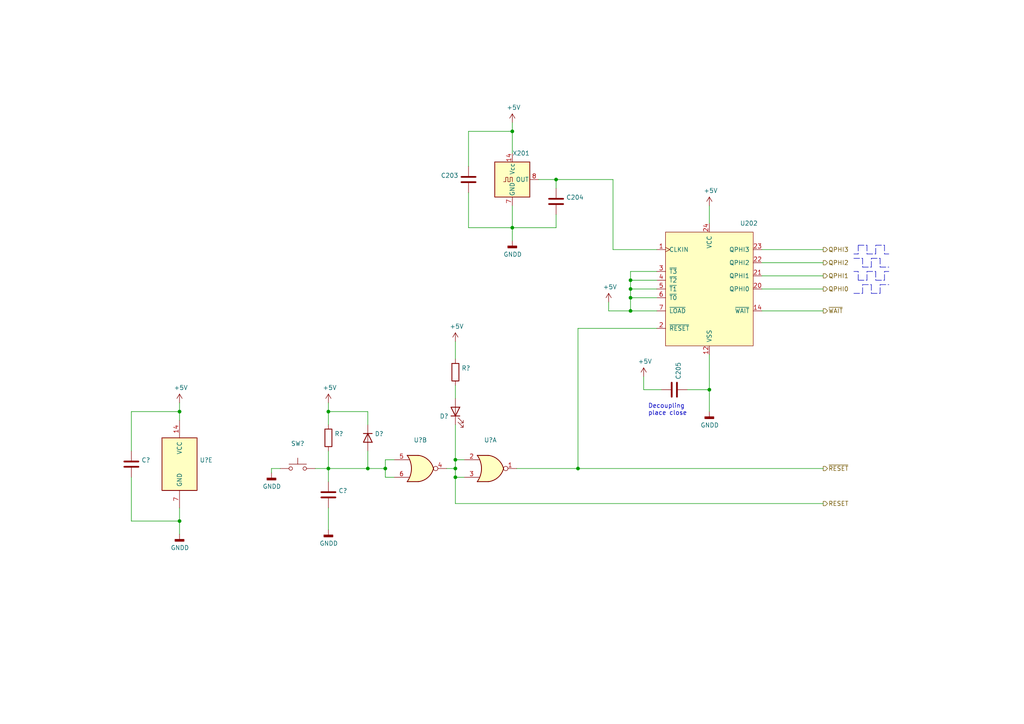
<source format=kicad_sch>
(kicad_sch (version 20211123) (generator eeschema)
  (paper "A4")
  (title_block (title "W65C816S Computer") (date "2020-03-01") (rev "A01") (company "Calle Englund"))
  (lib_symbols
    (symbol "74xx:74LS02" (pin_names (offset 1.016))
      (property "Reference" "U" (at 0 1.27 0))
      (property "Value" "74LS02" (at 0 -1.27 0))
      (symbol "74LS02_1_1"
        (arc (start -3.81 -3.81) (mid -2.589 0) (end -3.81 3.81) (stroke (width 0.254)))
        (arc (start -0.6096 -3.81) (mid 2.1842 -2.5851) (end 3.81 0) (stroke (width 0.254)) (fill (type background)))
        (polyline (pts (xy -3.81 -3.81) (xy -0.635 -3.81)) (stroke (width 0.254)) (fill (type background)))
        (polyline (pts (xy -3.81 3.81) (xy -0.635 3.81)) (stroke (width 0.254)) (fill (type background)))
        (polyline (pts (xy -0.635 3.81) (xy -3.81 3.81) (xy -3.81 3.81) (xy -3.556 3.4036) (xy -3.0226 2.2606) (xy -2.6924 1.0414) (xy -2.6162 -0.254) (xy -2.7686 -1.4986) (xy -3.175 -2.7178) (xy -3.81 -3.81) (xy -3.81 -3.81) (xy -0.635 -3.81)) (stroke (width -25.4)) (fill (type background)))
        (arc (start 3.81 0) (mid 2.1915 2.5936) (end -0.6096 3.81) (stroke (width 0.254)) (fill (type background)))
        (pin output inverted (at 7.62 0 180) (length 3.81) (name "~") (number "1"))
        (pin input line (at -7.62 2.54 0) (length 4.318) (name "~") (number "2"))
        (pin input line (at -7.62 -2.54 0) (length 4.318) (name "~") (number "3"))
      )
      (symbol "74LS02_1_2"
        (arc (start 0 -3.81) (mid 3.81 0) (end 0 3.81) (stroke (width 0.254)) (fill (type background)))
        (polyline (pts (xy 0 3.81) (xy -3.81 3.81) (xy -3.81 -3.81) (xy 0 -3.81)) (stroke (width 0.254)) (fill (type background)))
        (pin output line (at 7.62 0 180) (length 3.81) (name "~") (number "1"))
        (pin input inverted (at -7.62 2.54 0) (length 3.81) (name "~") (number "2"))
        (pin input inverted (at -7.62 -2.54 0) (length 3.81) (name "~") (number "3"))
      )
      (symbol "74LS02_2_1"
        (arc (start -3.81 -3.81) (mid -2.589 0) (end -3.81 3.81) (stroke (width 0.254)))
        (arc (start -0.6096 -3.81) (mid 2.1842 -2.5851) (end 3.81 0) (stroke (width 0.254)) (fill (type background)))
        (polyline (pts (xy -3.81 -3.81) (xy -0.635 -3.81)) (stroke (width 0.254)) (fill (type background)))
        (polyline (pts (xy -3.81 3.81) (xy -0.635 3.81)) (stroke (width 0.254)) (fill (type background)))
        (polyline (pts (xy -0.635 3.81) (xy -3.81 3.81) (xy -3.81 3.81) (xy -3.556 3.4036) (xy -3.0226 2.2606) (xy -2.6924 1.0414) (xy -2.6162 -0.254) (xy -2.7686 -1.4986) (xy -3.175 -2.7178) (xy -3.81 -3.81) (xy -3.81 -3.81) (xy -0.635 -3.81)) (stroke (width -25.4)) (fill (type background)))
        (arc (start 3.81 0) (mid 2.1915 2.5936) (end -0.6096 3.81) (stroke (width 0.254)) (fill (type background)))
        (pin output inverted (at 7.62 0 180) (length 3.81) (name "~") (number "4"))
        (pin input line (at -7.62 2.54 0) (length 4.318) (name "~") (number "5"))
        (pin input line (at -7.62 -2.54 0) (length 4.318) (name "~") (number "6"))
      )
      (symbol "74LS02_2_2"
        (arc (start 0 -3.81) (mid 3.81 0) (end 0 3.81) (stroke (width 0.254)) (fill (type background)))
        (polyline (pts (xy 0 3.81) (xy -3.81 3.81) (xy -3.81 -3.81) (xy 0 -3.81)) (stroke (width 0.254)) (fill (type background)))
        (pin output line (at 7.62 0 180) (length 3.81) (name "~") (number "4"))
        (pin input inverted (at -7.62 2.54 0) (length 3.81) (name "~") (number "5"))
        (pin input inverted (at -7.62 -2.54 0) (length 3.81) (name "~") (number "6"))
      )
      (symbol "74LS02_3_1"
        (arc (start -3.81 -3.81) (mid -2.589 0) (end -3.81 3.81) (stroke (width 0.254)))
        (arc (start -0.6096 -3.81) (mid 2.1842 -2.5851) (end 3.81 0) (stroke (width 0.254)) (fill (type background)))
        (polyline (pts (xy -3.81 -3.81) (xy -0.635 -3.81)) (stroke (width 0.254)) (fill (type background)))
        (polyline (pts (xy -3.81 3.81) (xy -0.635 3.81)) (stroke (width 0.254)) (fill (type background)))
        (polyline (pts (xy -0.635 3.81) (xy -3.81 3.81) (xy -3.81 3.81) (xy -3.556 3.4036) (xy -3.0226 2.2606) (xy -2.6924 1.0414) (xy -2.6162 -0.254) (xy -2.7686 -1.4986) (xy -3.175 -2.7178) (xy -3.81 -3.81) (xy -3.81 -3.81) (xy -0.635 -3.81)) (stroke (width -25.4)) (fill (type background)))
        (arc (start 3.81 0) (mid 2.1915 2.5936) (end -0.6096 3.81) (stroke (width 0.254)) (fill (type background)))
        (pin output inverted (at 7.62 0 180) (length 3.81) (name "~") (number "10"))
        (pin input line (at -7.62 2.54 0) (length 4.318) (name "~") (number "8"))
        (pin input line (at -7.62 -2.54 0) (length 4.318) (name "~") (number "9"))
      )
      (symbol "74LS02_3_2"
        (arc (start 0 -3.81) (mid 3.81 0) (end 0 3.81) (stroke (width 0.254)) (fill (type background)))
        (polyline (pts (xy 0 3.81) (xy -3.81 3.81) (xy -3.81 -3.81) (xy 0 -3.81)) (stroke (width 0.254)) (fill (type background)))
        (pin output line (at 7.62 0 180) (length 3.81) (name "~") (number "10"))
        (pin input inverted (at -7.62 2.54 0) (length 3.81) (name "~") (number "8"))
        (pin input inverted (at -7.62 -2.54 0) (length 3.81) (name "~") (number "9"))
      )
      (symbol "74LS02_4_1"
        (arc (start -3.81 -3.81) (mid -2.589 0) (end -3.81 3.81) (stroke (width 0.254)))
        (arc (start -0.6096 -3.81) (mid 2.1842 -2.5851) (end 3.81 0) (stroke (width 0.254)) (fill (type background)))
        (polyline (pts (xy -3.81 -3.81) (xy -0.635 -3.81)) (stroke (width 0.254)) (fill (type background)))
        (polyline (pts (xy -3.81 3.81) (xy -0.635 3.81)) (stroke (width 0.254)) (fill (type background)))
        (polyline (pts (xy -0.635 3.81) (xy -3.81 3.81) (xy -3.81 3.81) (xy -3.556 3.4036) (xy -3.0226 2.2606) (xy -2.6924 1.0414) (xy -2.6162 -0.254) (xy -2.7686 -1.4986) (xy -3.175 -2.7178) (xy -3.81 -3.81) (xy -3.81 -3.81) (xy -0.635 -3.81)) (stroke (width -25.4)) (fill (type background)))
        (arc (start 3.81 0) (mid 2.1915 2.5936) (end -0.6096 3.81) (stroke (width 0.254)) (fill (type background)))
        (pin input line (at -7.62 2.54 0) (length 4.318) (name "~") (number "11"))
        (pin input line (at -7.62 -2.54 0) (length 4.318) (name "~") (number "12"))
        (pin output inverted (at 7.62 0 180) (length 3.81) (name "~") (number "13"))
      )
      (symbol "74LS02_4_2"
        (arc (start 0 -3.81) (mid 3.81 0) (end 0 3.81) (stroke (width 0.254)) (fill (type background)))
        (polyline (pts (xy 0 3.81) (xy -3.81 3.81) (xy -3.81 -3.81) (xy 0 -3.81)) (stroke (width 0.254)) (fill (type background)))
        (pin input inverted (at -7.62 2.54 0) (length 3.81) (name "~") (number "11"))
        (pin input inverted (at -7.62 -2.54 0) (length 3.81) (name "~") (number "12"))
        (pin output line (at 7.62 0 180) (length 3.81) (name "~") (number "13"))
      )
      (symbol "74LS02_5_0"
        (pin power_in line (at 0 12.7 270) (length 5.08) (name "VCC") (number "14"))
        (pin power_in line (at 0 -12.7 90) (length 5.08) (name "GND") (number "7"))
      )
      (symbol "74LS02_5_1"
        (rectangle (start -5.08 7.62) (end 5.08 -7.62) (stroke (width 0.254)) (fill (type background)))
      )
    )
    (symbol "Device:C" (pin_numbers hide) (pin_names (offset 0.254))
      (property "Reference" "C" (at 0.635 2.54 0))
      (property "Value" "C" (at 0.635 -2.54 0))
      (symbol "C_0_1"
        (polyline (pts (xy -2.032 -0.762) (xy 2.032 -0.762)) (stroke (width 0.508)))
        (polyline (pts (xy -2.032 0.762) (xy 2.032 0.762)) (stroke (width 0.508)))
      )
      (symbol "C_1_1"
        (pin passive line (at 0 3.81 270) (length 2.794) (name "~") (number "1"))
        (pin passive line (at 0 -3.81 90) (length 2.794) (name "~") (number "2"))
      )
    )
    (symbol "Device:D" (pin_numbers hide) (pin_names (offset 1.016) hide)
      (property "Reference" "D" (at 0 2.54 0))
      (property "Value" "D" (at 0 -2.54 0))
      (symbol "D_0_1"
        (polyline (pts (xy -1.27 1.27) (xy -1.27 -1.27)) (stroke (width 0.254)))
        (polyline (pts (xy 1.27 0) (xy -1.27 0)))
        (polyline (pts (xy 1.27 1.27) (xy 1.27 -1.27) (xy -1.27 0) (xy 1.27 1.27)) (stroke (width 0.254)))
      )
      (symbol "D_1_1"
        (pin passive line (at -3.81 0 0) (length 2.54) (name "K") (number "1"))
        (pin passive line (at 3.81 0 180) (length 2.54) (name "A") (number "2"))
      )
    )
    (symbol "Device:LED" (pin_numbers hide) (pin_names (offset 1.016) hide)
      (property "Reference" "D" (at 0 2.54 0))
      (property "Value" "LED" (at 0 -2.54 0))
      (symbol "LED_0_1"
        (polyline (pts (xy -1.27 -1.27) (xy -1.27 1.27)) (stroke (width 0.254)))
        (polyline (pts (xy -1.27 0) (xy 1.27 0)))
        (polyline (pts (xy 1.27 -1.27) (xy 1.27 1.27) (xy -1.27 0) (xy 1.27 -1.27)) (stroke (width 0.254)))
        (polyline (pts (xy -3.048 -0.762) (xy -4.572 -2.286) (xy -3.81 -2.286) (xy -4.572 -2.286) (xy -4.572 -1.524)))
        (polyline (pts (xy -1.778 -0.762) (xy -3.302 -2.286) (xy -2.54 -2.286) (xy -3.302 -2.286) (xy -3.302 -1.524)))
      )
      (symbol "LED_1_1"
        (pin passive line (at -3.81 0 0) (length 2.54) (name "K") (number "1"))
        (pin passive line (at 3.81 0 180) (length 2.54) (name "A") (number "2"))
      )
    )
    (symbol "Device:R" (pin_numbers hide) (pin_names (offset 0))
      (property "Reference" "R" (at 2.032 0 90))
      (property "Value" "R" (at 0 0 90))
      (symbol "R_0_1"
        (rectangle (start -1.016 -2.54) (end 1.016 2.54) (stroke (width 0.254)))
      )
      (symbol "R_1_1"
        (pin passive line (at 0 3.81 270) (length 1.27) (name "~") (number "1"))
        (pin passive line (at 0 -3.81 90) (length 1.27) (name "~") (number "2"))
      )
    )
    (symbol "Oscillator:ACO-xxxMHz" (pin_names (offset 0.254))
      (property "Reference" "X" (at -5.08 6.35 0))
      (property "Value" "ACO-xxxMHz" (at 1.27 -6.35 0))
      (symbol "ACO-xxxMHz_0_1"
        (rectangle (start -5.08 5.08) (end 5.08 -5.08) (stroke (width 0.254)) (fill (type background)))
        (polyline (pts (xy -2.54 -0.635) (xy -1.905 -0.635) (xy -1.905 0.635) (xy -1.27 0.635) (xy -1.27 -0.635) (xy -0.635 -0.635) (xy -0.635 0.635) (xy 0 0.635) (xy 0 -0.635)))
      )
      (symbol "ACO-xxxMHz_1_1"
        (pin no_connect line (at -7.62 0 0) (length 2.54) hide (name "NC") (number "1"))
        (pin power_in line (at 0 7.62 270) (length 2.54) (name "Vcc") (number "14"))
        (pin power_in line (at 0 -7.62 90) (length 2.54) (name "GND") (number "7"))
        (pin output line (at 7.62 0 180) (length 2.54) (name "OUT") (number "8"))
      )
    )
    (symbol "PAL22V10:CLKGEN_PDIP" (pin_names (offset 1.016))
      (property "Reference" "U" (at 10.16 19.05 0))
      (property "Value" "CLKGEN_PDIP" (at 0 0 90))
      (symbol "CLKGEN_PDIP_0_1"
        (rectangle (start -12.7 16.51) (end 12.7 -16.51) (fill (type background)))
      )
      (symbol "CLKGEN_PDIP_1_1"
        (pin input clock (at -15.24 11.43 0) (length 2.54) (name "CLKIN") (number "1"))
        (pin power_in line (at 0 -19.05 90) (length 2.54) (name "VSS") (number "12"))
        (pin input line (at 15.24 -6.35 180) (length 2.54) (name "~{WAIT}") (number "14"))
        (pin input line (at -15.24 -11.43 0) (length 2.54) (name "~{RESET}") (number "2"))
        (pin output line (at 15.24 0 180) (length 2.54) (name "QPHI0") (number "20"))
        (pin output line (at 15.24 3.81 180) (length 2.54) (name "QPHI1") (number "21"))
        (pin output line (at 15.24 7.62 180) (length 2.54) (name "QPHI2") (number "22"))
        (pin output line (at 15.24 11.43 180) (length 2.54) (name "QPHI3") (number "23"))
        (pin power_in line (at 0 19.05 270) (length 2.54) (name "VCC") (number "24"))
        (pin input line (at -15.24 5.08 0) (length 2.54) (name "~{T3}") (number "3"))
        (pin input line (at -15.24 2.54 0) (length 2.54) (name "~{T2}") (number "4"))
        (pin input line (at -15.24 0 0) (length 2.54) (name "~{T1}") (number "5"))
        (pin input line (at -15.24 -2.54 0) (length 2.54) (name "~{T0}") (number "6"))
        (pin input line (at -15.24 -6.35 0) (length 2.54) (name "~{LOAD}") (number "7"))
      )
    )
    (symbol "Switch:SW_Push" (pin_numbers hide) (pin_names (offset 1.016) hide)
      (property "Reference" "SW" (at 1.27 2.54 0))
      (property "Value" "SW_Push" (at 0 -1.524 0))
      (symbol "SW_Push_0_1"
        (circle (center -2.032 0) (radius 0.508))
        (polyline (pts (xy 0 1.27) (xy 0 3.048)))
        (polyline (pts (xy 2.54 1.27) (xy -2.54 1.27)))
        (circle (center 2.032 0) (radius 0.508))
        (pin passive line (at -5.08 0 0) (length 2.54) (name "1") (number "1"))
        (pin passive line (at 5.08 0 180) (length 2.54) (name "2") (number "2"))
      )
    )
    (symbol "power:+5V" (power) (pin_names (offset 0))
      (property "Value" "+5V" (at 0 3.556 0))
      (symbol "+5V_0_1"
        (polyline (pts (xy -0.762 1.27) (xy 0 2.54)))
        (polyline (pts (xy 0 0) (xy 0 2.54)))
        (polyline (pts (xy 0 2.54) (xy 0.762 1.27)))
      )
      (symbol "+5V_1_1"
        (pin power_in line (at 0 0 90) (length 0) hide (name "+5V") (number "1"))
      )
    )
    (symbol "power:GNDD" (power) (pin_names (offset 0))
      (property "Value" "GNDD" (at 0 -3.175 0))
      (symbol "GNDD_0_1"
        (rectangle (start -1.27 -1.524) (end 1.27 -2.032) (stroke (width 0.254)) (fill (type outline)))
        (polyline (pts (xy 0 0) (xy 0 -1.524)))
      )
      (symbol "GNDD_1_1"
        (pin power_in line (at 0 0 270) (length 0) hide (name "GNDD") (number "1"))
      )
    )
  )
  (junction (at 148.59 66.04))
  (junction (at 205.74 113.03))
  (junction (at 182.88 86.36))
  (junction (at 161.29 52.07))
  (junction (at 148.59 38.1))
  (junction (at 95.25 119.38))
  (junction (at 182.88 83.82))
  (junction (at 132.08 135.89))
  (junction (at 52.07 151.13))
  (junction (at 95.25 135.89))
  (junction (at 182.88 81.28))
  (junction (at 167.64 135.89))
  (junction (at 132.08 133.35))
  (junction (at 132.08 138.43))
  (junction (at 182.88 90.17))
  (junction (at 52.07 119.38))
  (junction (at 106.68 135.89))
  (junction (at 111.76 135.89))
  (polyline (pts (xy 254 73.66) (xy 254 71.12)))
  (polyline (pts (xy 251.46 73.66) (xy 254 73.66)))
  (wire (pts (xy 190.5 81.28) (xy 182.88 81.28)))
  (wire (pts (xy 205.74 113.03) (xy 205.74 119.38)))
  (wire (pts (xy 220.98 90.17) (xy 238.76 90.17)))
  (wire (pts (xy 182.88 78.74) (xy 182.88 81.28)))
  (wire (pts (xy 148.59 35.56) (xy 148.59 38.1)))
  (wire (pts (xy 95.25 123.19) (xy 95.25 119.38)))
  (wire (pts (xy 132.08 104.14) (xy 132.08 99.06)))
  (wire (pts (xy 161.29 54.61) (xy 161.29 52.07)))
  (wire (pts (xy 132.08 135.89) (xy 132.08 138.43)))
  (wire (pts (xy 148.59 69.85) (xy 148.59 66.04)))
  (polyline (pts (xy 256.54 71.12) (xy 256.54 73.66)))
  (polyline (pts (xy 250.19 85.09) (xy 250.19 82.55)))
  (wire (pts (xy 132.08 115.57) (xy 132.08 111.76)))
  (wire (pts (xy 190.5 83.82) (xy 182.88 83.82)))
  (wire (pts (xy 161.29 52.07) (xy 177.8 52.07)))
  (wire (pts (xy 95.25 135.89) (xy 95.25 139.7)))
  (wire (pts (xy 81.28 135.89) (xy 78.74 135.89)))
  (wire (pts (xy 182.88 90.17) (xy 190.5 90.17)))
  (wire (pts (xy 176.53 87.63) (xy 176.53 90.17)))
  (wire (pts (xy 220.98 72.39) (xy 238.76 72.39)))
  (wire (pts (xy 95.25 135.89) (xy 95.25 130.81)))
  (polyline (pts (xy 251.46 81.28) (xy 251.46 78.74)))
  (wire (pts (xy 135.89 55.88) (xy 135.89 66.04)))
  (wire (pts (xy 135.89 66.04) (xy 148.59 66.04)))
  (wire (pts (xy 38.1 138.43) (xy 38.1 151.13)))
  (wire (pts (xy 106.68 119.38) (xy 106.68 123.19)))
  (wire (pts (xy 182.88 83.82) (xy 182.88 86.36)))
  (wire (pts (xy 111.76 133.35) (xy 111.76 135.89)))
  (wire (pts (xy 148.59 66.04) (xy 161.29 66.04)))
  (wire (pts (xy 182.88 86.36) (xy 182.88 90.17)))
  (polyline (pts (xy 247.65 85.09) (xy 250.19 85.09)))
  (wire (pts (xy 52.07 154.94) (xy 52.07 151.13)))
  (wire (pts (xy 135.89 48.26) (xy 135.89 38.1)))
  (polyline (pts (xy 255.27 85.09) (xy 255.27 82.55)))
  (wire (pts (xy 199.39 113.03) (xy 205.74 113.03)))
  (polyline (pts (xy 256.54 73.66) (xy 257.81 73.66)))
  (wire (pts (xy 186.69 109.22) (xy 186.69 113.03)))
  (polyline (pts (xy 254 81.28) (xy 256.54 81.28)))
  (wire (pts (xy 132.08 133.35) (xy 134.62 133.35)))
  (wire (pts (xy 95.25 119.38) (xy 106.68 119.38)))
  (wire (pts (xy 38.1 151.13) (xy 52.07 151.13)))
  (polyline (pts (xy 251.46 78.74) (xy 254 78.74)))
  (polyline (pts (xy 252.73 77.47) (xy 252.73 74.93)))
  (wire (pts (xy 132.08 146.05) (xy 238.76 146.05)))
  (polyline (pts (xy 252.73 82.55) (xy 252.73 85.09)))
  (polyline (pts (xy 256.54 78.74) (xy 257.81 78.74)))
  (polyline (pts (xy 248.92 71.12) (xy 248.92 73.66)))
  (wire (pts (xy 190.5 78.74) (xy 182.88 78.74)))
  (polyline (pts (xy 250.19 82.55) (xy 252.73 82.55)))
  (wire (pts (xy 190.5 72.39) (xy 177.8 72.39)))
  (polyline (pts (xy 256.54 81.28) (xy 256.54 78.74)))
  (wire (pts (xy 186.69 113.03) (xy 191.77 113.03)))
  (polyline (pts (xy 248.92 81.28) (xy 248.92 78.74)))
  (wire (pts (xy 52.07 119.38) (xy 52.07 121.92)))
  (wire (pts (xy 205.74 102.87) (xy 205.74 113.03)))
  (wire (pts (xy 52.07 151.13) (xy 52.07 147.32)))
  (wire (pts (xy 91.44 135.89) (xy 95.25 135.89)))
  (wire (pts (xy 132.08 146.05) (xy 132.08 138.43)))
  (polyline (pts (xy 248.92 71.12) (xy 251.46 71.12)))
  (wire (pts (xy 176.53 90.17) (xy 182.88 90.17)))
  (wire (pts (xy 132.08 135.89) (xy 132.08 133.35)))
  (polyline (pts (xy 252.73 74.93) (xy 255.27 74.93)))
  (wire (pts (xy 111.76 135.89) (xy 111.76 138.43)))
  (wire (pts (xy 95.25 116.84) (xy 95.25 119.38)))
  (wire (pts (xy 190.5 86.36) (xy 182.88 86.36)))
  (wire (pts (xy 238.76 80.01) (xy 220.98 80.01)))
  (polyline (pts (xy 247.65 74.93) (xy 250.19 74.93)))
  (wire (pts (xy 111.76 133.35) (xy 114.3 133.35)))
  (polyline (pts (xy 255.27 77.47) (xy 257.81 77.47)))
  (wire (pts (xy 132.08 133.35) (xy 132.08 123.19)))
  (wire (pts (xy 149.86 135.89) (xy 167.64 135.89)))
  (wire (pts (xy 129.54 135.89) (xy 132.08 135.89)))
  (wire (pts (xy 132.08 138.43) (xy 134.62 138.43)))
  (wire (pts (xy 161.29 66.04) (xy 161.29 62.23)))
  (wire (pts (xy 161.29 52.07) (xy 156.21 52.07)))
  (polyline (pts (xy 250.19 77.47) (xy 252.73 77.47)))
  (polyline (pts (xy 248.92 73.66) (xy 247.65 73.66)))
  (wire (pts (xy 167.64 95.25) (xy 167.64 135.89)))
  (polyline (pts (xy 254 71.12) (xy 256.54 71.12)))
  (wire (pts (xy 220.98 76.2) (xy 238.76 76.2)))
  (polyline (pts (xy 254 78.74) (xy 254 81.28)))
  (wire (pts (xy 95.25 135.89) (xy 106.68 135.89)))
  (wire (pts (xy 111.76 138.43) (xy 114.3 138.43)))
  (wire (pts (xy 78.74 137.16) (xy 78.74 135.89)))
  (wire (pts (xy 177.8 72.39) (xy 177.8 52.07)))
  (wire (pts (xy 38.1 119.38) (xy 52.07 119.38)))
  (polyline (pts (xy 251.46 71.12) (xy 251.46 73.66)))
  (wire (pts (xy 52.07 116.84) (xy 52.07 119.38)))
  (wire (pts (xy 38.1 130.81) (xy 38.1 119.38)))
  (polyline (pts (xy 255.27 74.93) (xy 255.27 77.47)))
  (wire (pts (xy 148.59 66.04) (xy 148.59 59.69)))
  (polyline (pts (xy 252.73 85.09) (xy 255.27 85.09)))
  (polyline (pts (xy 255.27 82.55) (xy 257.81 82.55)))
  (polyline (pts (xy 248.92 81.28) (xy 251.46 81.28)))
  (wire (pts (xy 148.59 38.1) (xy 148.59 44.45)))
  (wire (pts (xy 106.68 130.81) (xy 106.68 135.89)))
  (wire (pts (xy 95.25 147.32) (xy 95.25 153.67)))
  (wire (pts (xy 167.64 135.89) (xy 238.76 135.89)))
  (wire (pts (xy 205.74 64.77) (xy 205.74 59.69)))
  (wire (pts (xy 220.98 83.82) (xy 238.76 83.82)))
  (wire (pts (xy 135.89 38.1) (xy 148.59 38.1)))
  (wire (pts (xy 111.76 135.89) (xy 106.68 135.89)))
  (polyline (pts (xy 248.92 78.74) (xy 247.65 78.74)))
  (wire (pts (xy 167.64 95.25) (xy 190.5 95.25)))
  (wire (pts (xy 182.88 81.28) (xy 182.88 83.82)))
  (polyline (pts (xy 250.19 74.93) (xy 250.19 77.47)))
  (text "Decoupling\nplace close" (at 187.96 120.65 0) (effects (font (size 1.27 1.27)) (justify left bottom)))
  (hierarchical_label "QPHI1" (shape output) (at 238.76 80.01 0))
  (hierarchical_label "QPHI2" (shape output) (at 238.76 76.2 0))
  (hierarchical_label "~{RESET}" (shape output) (at 238.76 135.89 0))
  (hierarchical_label "~{WAIT}" (shape output) (at 238.76 90.17 0))
  (hierarchical_label "RESET" (shape output) (at 238.76 146.05 0))
  (hierarchical_label "QPHI0" (shape output) (at 238.76 83.82 0))
  (hierarchical_label "QPHI3" (shape output) (at 238.76 72.39 0))
  (symbol (lib_id "Oscillator:ACO-xxxMHz") (at 148.59 52.07 0) (unit 1)
    (property "Reference" "X201" (at 153.67 44.45 0) (effects (justify right)))
    (property "Datasheet" "http://www.conwin.com/datasheets/cx/cx030.pdf" (effects hide))
  )
  (symbol (lib_id "Device:C") (at 161.29 58.42 0) (unit 1)
    (property "Reference" "C204" (at 164.211 57.2516 0) (effects (justify left)))
  )
  (symbol (lib_id "Device:C") (at 135.89 52.07 0) (mirror y) (unit 1)
    (property "Reference" "C203" (at 132.969 50.9016 0) (effects (justify left)))
  )
  (symbol (lib_id "power:+5V") (at 176.53 87.63 0) (unit 1)
    (property "Reference" "#PWR0209" (effects hide))
  )
  (symbol (lib_id "power:GNDD") (at 205.74 119.38 0) (unit 1)
    (property "Reference" "#PWR0212" (effects hide))
  )
  (symbol (lib_id "power:+5V") (at 205.74 59.69 0) (unit 1)
    (property "Reference" "#PWR0211" (effects hide))
  )
  (symbol (lib_id "Device:C") (at 195.58 113.03 270) (mirror x) (unit 1)
    (property "Reference" "C205" (at 196.7484 110.109 0) (effects (justify left)))
  )
  (symbol (lib_id "power:+5V") (at 186.69 109.22 0) (unit 1)
    (property "Reference" "#PWR0210" (effects hide))
  )
  (symbol (lib_id "PAL22V10:CLKGEN_PDIP") (at 205.74 83.82 0) (unit 1)
    (property "Reference" "U202" (at 214.63 64.77 0) (effects (justify left)))
  )
  (symbol (lib_id "74xx:74LS02") (at 142.24 135.89 0) (unit 1)
    (property "Reference" "U?" (at 142.24 127.635 0))
    (property "Datasheet" "http://www.ti.com/lit/gpn/sn74ls02" (effects hide))
  )
  (symbol (lib_id "74xx:74LS02") (at 52.07 134.62 0) (unit 5)
    (property "Reference" "U?" (at 57.912 133.4516 0) (effects (justify left)))
    (property "Datasheet" "http://www.ti.com/lit/gpn/sn74ls02" (effects hide))
  )
  (symbol (lib_id "Device:C") (at 95.25 143.51 0) (unit 1)
    (property "Reference" "C?" (at 98.171 142.3416 0) (effects (justify left)))
  )
  (symbol (lib_id "Device:R") (at 95.25 127 0) (unit 1)
    (property "Reference" "R?" (at 97.028 125.8316 0) (effects (justify left)))
  )
  (symbol (lib_id "Device:D") (at 106.68 127 270) (unit 1)
    (property "Reference" "D?" (at 108.6866 125.8316 90) (effects (justify left)))
  )
  (symbol (lib_id "74xx:74LS02") (at 121.92 135.89 0) (unit 2)
    (property "Reference" "U?" (at 121.92 127.635 0))
    (property "Datasheet" "http://www.ti.com/lit/gpn/sn74ls02" (effects hide))
  )
  (symbol (lib_id "Switch:SW_Push") (at 86.36 135.89 0) (unit 1)
    (property "Reference" "SW?" (at 86.36 128.651 0))
  )
  (symbol (lib_id "Device:C") (at 38.1 134.62 0) (unit 1)
    (property "Reference" "C?" (at 41.021 133.4516 0) (effects (justify left)))
  )
  (symbol (lib_id "power:GNDD") (at 52.07 154.94 0) (unit 1)
    (property "Reference" "#PWR?" (effects hide))
  )
  (symbol (lib_id "power:+5V") (at 52.07 116.84 0) (unit 1)
    (property "Reference" "#PWR?" (effects hide))
  )
  (symbol (lib_id "power:+5V") (at 95.25 116.84 0) (unit 1)
    (property "Reference" "#PWR?" (effects hide))
  )
  (symbol (lib_id "power:GNDD") (at 95.25 153.67 0) (unit 1)
    (property "Reference" "#PWR?" (effects hide))
  )
  (symbol (lib_id "power:GNDD") (at 78.74 137.16 0) (unit 1)
    (property "Reference" "#PWR?" (effects hide))
  )
  (symbol (lib_id "Device:LED") (at 132.08 119.38 90) (unit 1)
    (property "Reference" "D?" (at 130.0988 120.7262 90) (effects (justify left)))
  )
  (symbol (lib_id "Device:R") (at 132.08 107.95 180) (unit 1)
    (property "Reference" "R?" (at 133.858 106.7816 0) (effects (justify right)))
  )
  (symbol (lib_id "power:+5V") (at 132.08 99.06 0) (unit 1)
    (property "Reference" "#PWR?" (effects hide))
  )
  (symbol (lib_id "power:GNDD") (at 148.59 69.85 0) (unit 1)
    (property "Reference" "#PWR0208" (effects hide))
  )
  (symbol (lib_id "power:+5V") (at 148.59 35.56 0) (unit 1)
    (property "Reference" "#PWR0207" (effects hide))
  )
)
</source>
